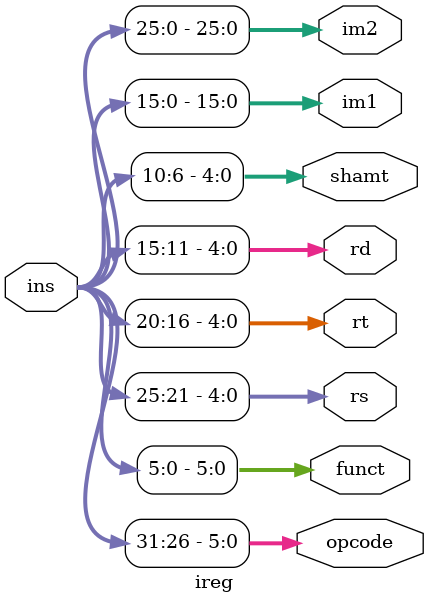
<source format=v>
`timescale 1ns / 1ps
module ireg(input  wire [31:0] ins,
            output wire [5:0]  opcode,
            output wire [5:0]  funct,
            output wire [4:0]  rs,
            output wire [4:0]  rt,
            output wire [4:0]  rd,
            output wire [4:0]  shamt,
            output wire [15:0] im1,
            output wire [25:0] im2);

assign opcode = ins[31:26];
assign funct  = ins[5:0];
assign rs     = ins[25:21];
assign rt     = ins[20:16];
assign rd     = ins[15:11];
assign shamt  = ins[10:6];
assign im1    = ins[15:0];
assign im2    = ins[25:0];

endmodule

</source>
